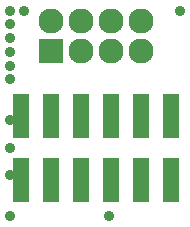
<source format=gbs>
G04 #@! TF.FileFunction,Soldermask,Bot*
%FSLAX46Y46*%
G04 Gerber Fmt 4.6, Leading zero omitted, Abs format (unit mm)*
G04 Created by KiCad (PCBNEW 4.0.2-stable) date 16.05.2016 20:37:56*
%MOMM*%
G01*
G04 APERTURE LIST*
%ADD10C,0.100000*%
%ADD11R,2.127200X2.127200*%
%ADD12O,2.127200X2.127200*%
%ADD13C,0.900000*%
%ADD14R,1.420000X3.850000*%
G04 APERTURE END LIST*
D10*
D11*
X134250000Y-98200000D03*
D12*
X134250000Y-95660000D03*
X136790000Y-98200000D03*
X136790000Y-95660000D03*
X139330000Y-98200000D03*
X139330000Y-95660000D03*
X141870000Y-98200000D03*
X141870000Y-95660000D03*
D13*
X130800000Y-104080000D03*
X130800000Y-108720000D03*
X139200000Y-112200000D03*
X145200000Y-94800000D03*
X132000000Y-94800000D03*
X130800000Y-112200000D03*
X130800000Y-106400000D03*
X130800000Y-100600000D03*
X130800000Y-99440000D03*
X130800000Y-98280000D03*
X130800000Y-97120000D03*
X130800000Y-95960000D03*
D14*
X136830000Y-103675000D03*
X136830000Y-109125000D03*
X139370000Y-103675000D03*
X139370000Y-109125000D03*
X144450000Y-109125000D03*
X144450000Y-103675000D03*
X141910000Y-109125000D03*
X141910000Y-103675000D03*
X134290000Y-103675000D03*
X134290000Y-109125000D03*
X131750000Y-103675000D03*
X131750000Y-109125000D03*
D13*
X130800000Y-94800000D03*
M02*

</source>
